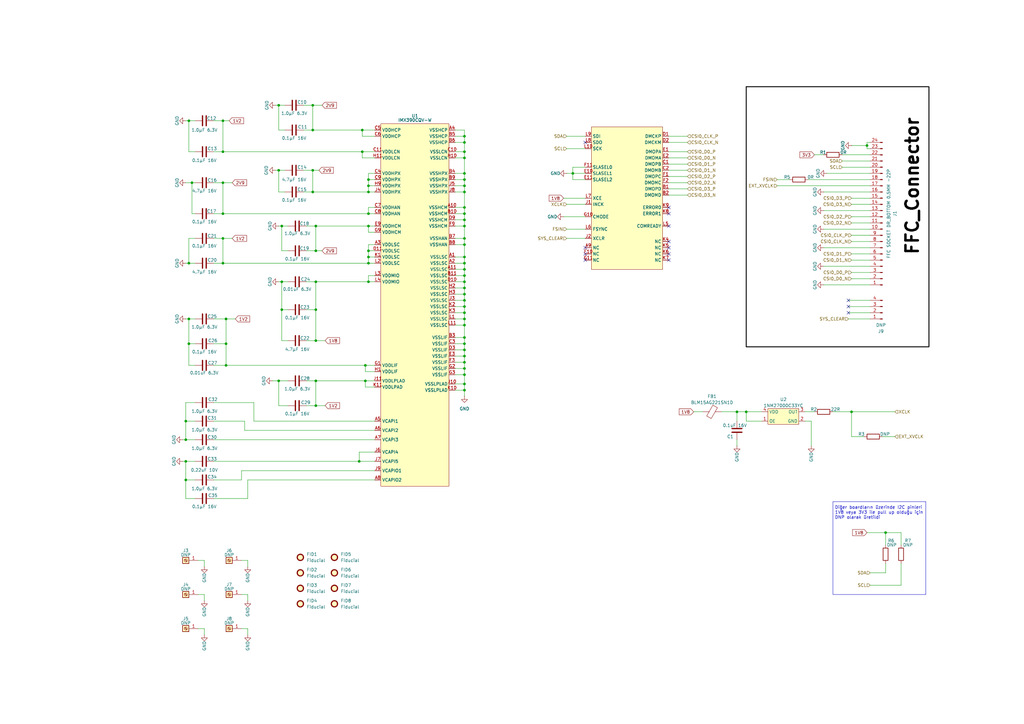
<source format=kicad_sch>
(kicad_sch (version 20250114) (generator "eeschema") (generator_version "9.0")
  (paper "A3")
  (rectangle (start 306.07 35.56) (end 381 142.24) (stroke (width 0.381) (color 0 0 0 1)))
  (rectangle (start 341.63 205.74) (end 379.73 243.84))
  (text "Diğer boardların üzerinde I2C pinleri\n1V8 veya 3V3 ile pull up olduğu için \nDNP olarak üretildi\n" (at 342.392 210.312 0) (effects (font (size 1.27 1.27)) (justify left)))
  (text "FFC_Connector" (at 374.142 76.454 90) (effects (font (size 5.08 5.08) (bold yes))))
  (junction (at 190.5 105.41))
  (junction (at 91.44 74.93))
  (junction (at 190.5 140.97))
  (junction (at 190.5 55.88))
  (junction (at 190.5 146.05))
  (junction (at 190.5 58.42))
  (junction (at 190.5 73.66))
  (junction (at 128.27 69.85))
  (junction (at 147.32 189.23))
  (junction (at 91.44 49.53))
  (junction (at 78.74 74.93))
  (junction (at 190.5 120.65))
  (junction (at 91.44 97.79))
  (junction (at 190.5 125.73))
  (junction (at 115.57 92.71))
  (junction (at 149.86 149.86))
  (junction (at 115.57 115.57))
  (junction (at 190.5 128.27))
  (junction (at 151.13 92.71))
  (junction (at 190.5 87.63))
  (junction (at 92.71 149.86))
  (junction (at 128.27 43.18))
  (junction (at 190.5 85.09))
  (junction (at 190.5 123.19))
  (junction (at 190.5 62.23))
  (junction (at 190.5 113.03))
  (junction (at 114.3 156.21))
  (junction (at 190.5 118.11))
  (junction (at 151.13 73.66))
  (junction (at 129.54 115.57))
  (junction (at 190.5 153.67))
  (junction (at 76.2 172.72))
  (junction (at 129.54 166.37))
  (junction (at 149.86 156.21))
  (junction (at 306.07 168.91))
  (junction (at 129.54 92.71))
  (junction (at 190.5 78.74))
  (junction (at 91.44 87.63))
  (junction (at 355.6 59.69))
  (junction (at 190.5 71.12))
  (junction (at 148.59 53.34))
  (junction (at 77.47 107.95))
  (junction (at 115.57 127))
  (junction (at 190.5 64.77))
  (junction (at 190.5 92.71))
  (junction (at 76.2 180.34))
  (junction (at 77.47 140.97))
  (junction (at 234.95 71.12))
  (junction (at 128.27 78.74))
  (junction (at 363.22 218.44))
  (junction (at 77.47 130.81))
  (junction (at 128.27 53.34))
  (junction (at 190.5 76.2))
  (junction (at 92.71 140.97))
  (junction (at 190.5 148.59))
  (junction (at 151.13 102.87))
  (junction (at 151.13 115.57))
  (junction (at 349.25 168.91))
  (junction (at 190.5 130.81))
  (junction (at 151.13 87.63))
  (junction (at 190.5 143.51))
  (junction (at 129.54 102.87))
  (junction (at 190.5 110.49))
  (junction (at 76.2 189.23))
  (junction (at 190.5 90.17))
  (junction (at 151.13 78.74))
  (junction (at 114.3 43.18))
  (junction (at 91.44 107.95))
  (junction (at 190.5 97.79))
  (junction (at 151.13 105.41))
  (junction (at 129.54 156.21))
  (junction (at 129.54 127))
  (junction (at 190.5 100.33))
  (junction (at 190.5 157.48))
  (junction (at 190.5 151.13))
  (junction (at 92.71 130.81))
  (junction (at 190.5 115.57))
  (junction (at 148.59 62.23))
  (junction (at 190.5 107.95))
  (junction (at 129.54 139.7))
  (junction (at 190.5 160.02))
  (junction (at 76.2 196.85))
  (junction (at 151.13 107.95))
  (junction (at 114.3 69.85))
  (junction (at 302.26 168.91))
  (junction (at 77.47 49.53))
  (junction (at 190.5 138.43))
  (junction (at 91.44 62.23))
  (junction (at 190.5 133.35))
  (junction (at 151.13 76.2))
  (no_connect (at 240.03 104.14))
  (no_connect (at 274.32 92.71))
  (no_connect (at 240.03 106.68))
  (no_connect (at 240.03 58.42))
  (no_connect (at 274.32 101.6))
  (no_connect (at 347.98 123.19))
  (no_connect (at 274.32 87.63))
  (no_connect (at 240.03 101.6))
  (no_connect (at 347.98 125.73))
  (no_connect (at 347.98 128.27))
  (no_connect (at 274.32 99.06))
  (no_connect (at 274.32 85.09))
  (no_connect (at 274.32 104.14))
  (no_connect (at 274.32 106.68))
  (wire (pts (xy 281.94 80.01) (xy 274.32 80.01)))
  (wire (pts (xy 355.6 58.42) (xy 355.6 59.69)))
  (wire (pts (xy 77.47 140.97) (xy 77.47 149.86)))
  (wire (pts (xy 93.98 49.53) (xy 91.44 49.53)))
  (wire (pts (xy 129.54 156.21) (xy 149.86 156.21)))
  (wire (pts (xy 125.73 156.21) (xy 129.54 156.21)))
  (wire (pts (xy 349.25 96.52) (xy 356.87 96.52)))
  (wire (pts (xy 190.5 157.48) (xy 190.5 160.02)))
  (wire (pts (xy 100.33 172.72) (xy 100.33 176.53)))
  (wire (pts (xy 349.25 111.76) (xy 356.87 111.76)))
  (wire (pts (xy 151.13 115.57) (xy 153.67 115.57)))
  (wire (pts (xy 147.32 189.23) (xy 153.67 189.23)))
  (wire (pts (xy 190.5 71.12) (xy 190.5 73.66)))
  (wire (pts (xy 186.69 140.97) (xy 190.5 140.97)))
  (wire (pts (xy 190.5 76.2) (xy 190.5 78.74)))
  (wire (pts (xy 148.59 53.34) (xy 153.67 53.34)))
  (wire (pts (xy 190.5 143.51) (xy 190.5 146.05)))
  (wire (pts (xy 151.13 105.41) (xy 151.13 107.95)))
  (wire (pts (xy 83.82 229.87) (xy 83.82 232.41)))
  (wire (pts (xy 114.3 166.37) (xy 118.11 166.37)))
  (wire (pts (xy 190.5 115.57) (xy 190.5 118.11)))
  (wire (pts (xy 104.14 172.72) (xy 153.67 172.72)))
  (wire (pts (xy 151.13 73.66) (xy 151.13 76.2)))
  (wire (pts (xy 78.74 74.93) (xy 78.74 87.63)))
  (wire (pts (xy 341.63 168.91) (xy 349.25 168.91)))
  (wire (pts (xy 151.13 78.74) (xy 153.67 78.74)))
  (wire (pts (xy 355.6 59.69) (xy 355.6 60.96)))
  (wire (pts (xy 186.69 146.05) (xy 190.5 146.05)))
  (wire (pts (xy 115.57 127) (xy 115.57 115.57)))
  (wire (pts (xy 87.63 180.34) (xy 153.67 180.34)))
  (wire (pts (xy 76.2 172.72) (xy 80.01 172.72)))
  (wire (pts (xy 274.32 55.88) (xy 281.94 55.88)))
  (wire (pts (xy 77.47 107.95) (xy 77.47 97.79)))
  (wire (pts (xy 190.5 97.79) (xy 190.5 100.33)))
  (wire (pts (xy 274.32 67.31) (xy 281.94 67.31)))
  (wire (pts (xy 186.69 62.23) (xy 190.5 62.23)))
  (wire (pts (xy 151.13 100.33) (xy 151.13 102.87)))
  (wire (pts (xy 91.44 97.79) (xy 87.63 97.79)))
  (wire (pts (xy 114.3 69.85) (xy 114.3 78.74)))
  (wire (pts (xy 115.57 92.71) (xy 115.57 102.87)))
  (wire (pts (xy 318.77 73.66) (xy 323.85 73.66)))
  (wire (pts (xy 190.5 138.43) (xy 190.5 140.97)))
  (wire (pts (xy 281.94 74.93) (xy 274.32 74.93)))
  (wire (pts (xy 91.44 49.53) (xy 91.44 62.23)))
  (wire (pts (xy 151.13 100.33) (xy 153.67 100.33)))
  (wire (pts (xy 91.44 107.95) (xy 151.13 107.95)))
  (wire (pts (xy 347.98 130.81) (xy 356.87 130.81)))
  (wire (pts (xy 115.57 127) (xy 118.11 127)))
  (wire (pts (xy 76.2 189.23) (xy 80.01 189.23)))
  (wire (pts (xy 92.71 130.81) (xy 92.71 140.97)))
  (wire (pts (xy 148.59 64.77) (xy 153.67 64.77)))
  (wire (pts (xy 186.69 105.41) (xy 190.5 105.41)))
  (wire (pts (xy 151.13 115.57) (xy 151.13 113.03)))
  (wire (pts (xy 186.69 133.35) (xy 190.5 133.35)))
  (wire (pts (xy 128.27 78.74) (xy 151.13 78.74)))
  (wire (pts (xy 234.95 71.12) (xy 240.03 71.12)))
  (wire (pts (xy 129.54 127) (xy 129.54 115.57)))
  (wire (pts (xy 190.5 128.27) (xy 190.5 130.81)))
  (wire (pts (xy 190.5 90.17) (xy 190.5 92.71)))
  (wire (pts (xy 306.07 168.91) (xy 312.42 168.91)))
  (wire (pts (xy 91.44 74.93) (xy 95.25 74.93)))
  (wire (pts (xy 147.32 185.42) (xy 147.32 189.23)))
  (wire (pts (xy 186.69 151.13) (xy 190.5 151.13)))
  (wire (pts (xy 284.48 168.91) (xy 288.29 168.91)))
  (wire (pts (xy 76.2 165.1) (xy 80.01 165.1)))
  (wire (pts (xy 91.44 87.63) (xy 151.13 87.63)))
  (wire (pts (xy 91.44 62.23) (xy 87.63 62.23)))
  (wire (pts (xy 77.47 49.53) (xy 76.2 49.53)))
  (wire (pts (xy 302.26 182.88) (xy 302.26 180.34)))
  (wire (pts (xy 234.95 73.66) (xy 240.03 73.66)))
  (wire (pts (xy 349.25 104.14) (xy 356.87 104.14)))
  (wire (pts (xy 186.69 76.2) (xy 190.5 76.2)))
  (wire (pts (xy 128.27 53.34) (xy 148.59 53.34)))
  (wire (pts (xy 337.82 109.22) (xy 356.87 109.22)))
  (wire (pts (xy 128.27 43.18) (xy 128.27 53.34)))
  (wire (pts (xy 349.25 88.9) (xy 356.87 88.9)))
  (wire (pts (xy 186.69 130.81) (xy 190.5 130.81)))
  (wire (pts (xy 83.82 257.81) (xy 81.28 257.81)))
  (wire (pts (xy 190.5 153.67) (xy 190.5 157.48)))
  (wire (pts (xy 128.27 69.85) (xy 128.27 78.74)))
  (wire (pts (xy 151.13 85.09) (xy 153.67 85.09)))
  (wire (pts (xy 186.69 148.59) (xy 190.5 148.59)))
  (wire (pts (xy 332.74 172.72) (xy 330.2 172.72)))
  (wire (pts (xy 115.57 92.71) (xy 114.3 92.71)))
  (wire (pts (xy 148.59 62.23) (xy 148.59 64.77)))
  (wire (pts (xy 76.2 196.85) (xy 80.01 196.85)))
  (wire (pts (xy 77.47 130.81) (xy 76.2 130.81)))
  (wire (pts (xy 101.6 243.84) (xy 99.06 243.84)))
  (wire (pts (xy 190.5 148.59) (xy 190.5 151.13)))
  (wire (pts (xy 186.69 53.34) (xy 190.5 53.34)))
  (wire (pts (xy 114.3 69.85) (xy 116.84 69.85)))
  (wire (pts (xy 347.98 123.19) (xy 356.87 123.19)))
  (wire (pts (xy 349.25 99.06) (xy 356.87 99.06)))
  (wire (pts (xy 87.63 149.86) (xy 92.71 149.86)))
  (wire (pts (xy 149.86 149.86) (xy 149.86 152.4)))
  (wire (pts (xy 349.25 106.68) (xy 356.87 106.68)))
  (wire (pts (xy 87.63 204.47) (xy 101.6 204.47)))
  (wire (pts (xy 369.57 231.14) (xy 369.57 240.03)))
  (wire (pts (xy 91.44 107.95) (xy 87.63 107.95)))
  (wire (pts (xy 80.01 140.97) (xy 77.47 140.97)))
  (wire (pts (xy 101.6 196.85) (xy 153.67 196.85)))
  (wire (pts (xy 151.13 95.25) (xy 153.67 95.25)))
  (wire (pts (xy 87.63 189.23) (xy 147.32 189.23)))
  (wire (pts (xy 186.69 92.71) (xy 190.5 92.71)))
  (wire (pts (xy 186.69 118.11) (xy 190.5 118.11)))
  (wire (pts (xy 114.3 156.21) (xy 118.11 156.21)))
  (wire (pts (xy 330.2 168.91) (xy 334.01 168.91)))
  (wire (pts (xy 232.41 93.98) (xy 240.03 93.98)))
  (wire (pts (xy 80.01 130.81) (xy 77.47 130.81)))
  (wire (pts (xy 151.13 73.66) (xy 153.67 73.66)))
  (wire (pts (xy 186.69 87.63) (xy 190.5 87.63)))
  (wire (pts (xy 76.2 204.47) (xy 80.01 204.47)))
  (wire (pts (xy 116.84 78.74) (xy 114.3 78.74)))
  (wire (pts (xy 186.69 64.77) (xy 190.5 64.77)))
  (wire (pts (xy 190.5 78.74) (xy 190.5 85.09)))
  (wire (pts (xy 355.6 60.96) (xy 356.87 60.96)))
  (wire (pts (xy 149.86 152.4) (xy 153.67 152.4)))
  (wire (pts (xy 148.59 53.34) (xy 148.59 55.88)))
  (wire (pts (xy 349.25 168.91) (xy 349.25 179.07)))
  (wire (pts (xy 87.63 172.72) (xy 100.33 172.72)))
  (wire (pts (xy 190.5 146.05) (xy 190.5 148.59)))
  (wire (pts (xy 186.69 85.09) (xy 190.5 85.09)))
  (wire (pts (xy 129.54 102.87) (xy 125.73 102.87)))
  (wire (pts (xy 190.5 151.13) (xy 190.5 153.67)))
  (wire (pts (xy 151.13 85.09) (xy 151.13 87.63)))
  (wire (pts (xy 147.32 185.42) (xy 153.67 185.42)))
  (wire (pts (xy 115.57 115.57) (xy 118.11 115.57)))
  (wire (pts (xy 77.47 149.86) (xy 80.01 149.86)))
  (wire (pts (xy 186.69 143.51) (xy 190.5 143.51)))
  (wire (pts (xy 349.25 114.3) (xy 356.87 114.3)))
  (wire (pts (xy 190.5 55.88) (xy 190.5 58.42)))
  (wire (pts (xy 113.03 69.85) (xy 114.3 69.85)))
  (wire (pts (xy 363.22 218.44) (xy 369.57 218.44)))
  (wire (pts (xy 345.44 68.58) (xy 356.87 68.58)))
  (wire (pts (xy 190.5 107.95) (xy 190.5 110.49)))
  (wire (pts (xy 87.63 130.81) (xy 92.71 130.81)))
  (wire (pts (xy 87.63 165.1) (xy 104.14 165.1)))
  (wire (pts (xy 345.44 63.5) (xy 356.87 63.5)))
  (wire (pts (xy 125.73 166.37) (xy 129.54 166.37)))
  (wire (pts (xy 274.32 58.42) (xy 281.94 58.42)))
  (wire (pts (xy 132.08 43.18) (xy 128.27 43.18)))
  (wire (pts (xy 151.13 107.95) (xy 153.67 107.95)))
  (wire (pts (xy 91.44 97.79) (xy 95.25 97.79)))
  (wire (pts (xy 186.69 153.67) (xy 190.5 153.67)))
  (wire (pts (xy 114.3 43.18) (xy 114.3 53.34)))
  (wire (pts (xy 151.13 113.03) (xy 153.67 113.03)))
  (wire (pts (xy 77.47 130.81) (xy 77.47 140.97)))
  (wire (pts (xy 99.06 193.04) (xy 153.67 193.04)))
  (wire (pts (xy 125.73 115.57) (xy 129.54 115.57)))
  (wire (pts (xy 91.44 74.93) (xy 87.63 74.93)))
  (wire (pts (xy 369.57 218.44) (xy 369.57 223.52)))
  (wire (pts (xy 100.33 176.53) (xy 153.67 176.53)))
  (wire (pts (xy 349.25 81.28) (xy 356.87 81.28)))
  (wire (pts (xy 151.13 87.63) (xy 153.67 87.63)))
  (wire (pts (xy 281.94 77.47) (xy 274.32 77.47)))
  (wire (pts (xy 125.73 139.7) (xy 129.54 139.7)))
  (wire (pts (xy 116.84 43.18) (xy 114.3 43.18)))
  (wire (pts (xy 101.6 196.85) (xy 101.6 204.47)))
  (wire (pts (xy 92.71 130.81) (xy 96.52 130.81)))
  (wire (pts (xy 186.69 97.79) (xy 190.5 97.79)))
  (wire (pts (xy 151.13 102.87) (xy 153.67 102.87)))
  (wire (pts (xy 186.69 110.49) (xy 190.5 110.49)))
  (wire (pts (xy 306.07 172.72) (xy 312.42 172.72)))
  (wire (pts (xy 91.44 62.23) (xy 148.59 62.23)))
  (wire (pts (xy 190.5 58.42) (xy 190.5 62.23)))
  (wire (pts (xy 349.25 83.82) (xy 356.87 83.82)))
  (wire (pts (xy 149.86 158.75) (xy 153.67 158.75)))
  (wire (pts (xy 190.5 85.09) (xy 190.5 87.63)))
  (wire (pts (xy 80.01 97.79) (xy 77.47 97.79)))
  (wire (pts (xy 232.41 55.88) (xy 240.03 55.88)))
  (wire (pts (xy 232.41 83.82) (xy 240.03 83.82)))
  (wire (pts (xy 151.13 92.71) (xy 153.67 92.71)))
  (wire (pts (xy 231.14 81.28) (xy 240.03 81.28)))
  (wire (pts (xy 76.2 172.72) (xy 76.2 165.1)))
  (wire (pts (xy 190.5 100.33) (xy 190.5 105.41)))
  (wire (pts (xy 80.01 62.23) (xy 77.47 62.23)))
  (wire (pts (xy 349.25 179.07) (xy 354.33 179.07)))
  (wire (pts (xy 190.5 118.11) (xy 190.5 120.65)))
  (wire (pts (xy 118.11 92.71) (xy 115.57 92.71)))
  (wire (pts (xy 274.32 64.77) (xy 281.94 64.77)))
  (wire (pts (xy 104.14 165.1) (xy 104.14 172.72)))
  (wire (pts (xy 80.01 87.63) (xy 78.74 87.63)))
  (wire (pts (xy 77.47 49.53) (xy 77.47 62.23)))
  (wire (pts (xy 129.54 92.71) (xy 151.13 92.71)))
  (wire (pts (xy 190.5 130.81) (xy 190.5 133.35)))
  (wire (pts (xy 129.54 115.57) (xy 151.13 115.57)))
  (wire (pts (xy 186.69 157.48) (xy 190.5 157.48)))
  (wire (pts (xy 190.5 62.23) (xy 190.5 64.77)))
  (wire (pts (xy 151.13 71.12) (xy 151.13 73.66)))
  (wire (pts (xy 148.59 62.23) (xy 153.67 62.23)))
  (wire (pts (xy 186.69 71.12) (xy 190.5 71.12)))
  (wire (pts (xy 337.82 78.74) (xy 356.87 78.74)))
  (wire (pts (xy 74.93 180.34) (xy 76.2 180.34)))
  (wire (pts (xy 337.82 93.98) (xy 356.87 93.98)))
  (wire (pts (xy 99.06 193.04) (xy 99.06 196.85)))
  (wire (pts (xy 151.13 102.87) (xy 151.13 105.41)))
  (wire (pts (xy 133.35 139.7) (xy 129.54 139.7)))
  (wire (pts (xy 232.41 97.79) (xy 240.03 97.79)))
  (wire (pts (xy 190.5 110.49) (xy 190.5 113.03)))
  (wire (pts (xy 129.54 166.37) (xy 129.54 156.21)))
  (wire (pts (xy 116.84 53.34) (xy 114.3 53.34)))
  (wire (pts (xy 318.77 76.2) (xy 356.87 76.2)))
  (wire (pts (xy 124.46 53.34) (xy 128.27 53.34)))
  (wire (pts (xy 190.5 123.19) (xy 190.5 125.73)))
  (wire (pts (xy 151.13 76.2) (xy 153.67 76.2)))
  (wire (pts (xy 128.27 69.85) (xy 124.46 69.85)))
  (wire (pts (xy 76.2 180.34) (xy 80.01 180.34)))
  (wire (pts (xy 274.32 62.23) (xy 281.94 62.23)))
  (wire (pts (xy 190.5 87.63) (xy 190.5 90.17)))
  (wire (pts (xy 125.73 127) (xy 129.54 127)))
  (wire (pts (xy 186.69 160.02) (xy 190.5 160.02)))
  (wire (pts (xy 355.6 218.44) (xy 363.22 218.44)))
  (wire (pts (xy 302.26 168.91) (xy 302.26 172.72)))
  (wire (pts (xy 151.13 105.41) (xy 153.67 105.41)))
  (wire (pts (xy 334.01 63.5) (xy 337.82 63.5)))
  (wire (pts (xy 151.13 71.12) (xy 153.67 71.12)))
  (wire (pts (xy 332.74 182.88) (xy 332.74 172.72)))
  (wire (pts (xy 76.2 180.34) (xy 76.2 172.72)))
  (wire (pts (xy 186.69 55.88) (xy 190.5 55.88)))
  (wire (pts (xy 349.25 91.44) (xy 356.87 91.44)))
  (wire (pts (xy 76.2 189.23) (xy 76.2 196.85)))
  (wire (pts (xy 190.5 160.02) (xy 190.5 162.56)))
  (wire (pts (xy 125.73 92.71) (xy 129.54 92.71)))
  (wire (pts (xy 190.5 120.65) (xy 190.5 123.19)))
  (wire (pts (xy 129.54 139.7) (xy 129.54 127)))
  (wire (pts (xy 234.95 68.58) (xy 234.95 71.12)))
  (wire (pts (xy 186.69 58.42) (xy 190.5 58.42)))
  (wire (pts (xy 190.5 113.03) (xy 190.5 115.57)))
  (wire (pts (xy 128.27 69.85) (xy 130.81 69.85)))
  (wire (pts (xy 190.5 73.66) (xy 190.5 76.2)))
  (wire (pts (xy 92.71 149.86) (xy 149.86 149.86)))
  (wire (pts (xy 87.63 196.85) (xy 99.06 196.85)))
  (wire (pts (xy 101.6 257.81) (xy 101.6 260.35)))
  (wire (pts (xy 337.82 101.6) (xy 356.87 101.6)))
  (wire (pts (xy 118.11 102.87) (xy 115.57 102.87)))
  (wire (pts (xy 91.44 49.53) (xy 87.63 49.53)))
  (wire (pts (xy 339.09 71.12) (xy 356.87 71.12)))
  (wire (pts (xy 78.74 74.93) (xy 76.2 74.93)))
  (wire (pts (xy 355.6 58.42) (xy 356.87 58.42)))
  (wire (pts (xy 363.22 231.14) (xy 363.22 234.95)))
  (wire (pts (xy 129.54 166.37) (xy 133.35 166.37)))
  (wire (pts (xy 186.69 78.74) (xy 190.5 78.74)))
  (wire (pts (xy 281.94 72.39) (xy 274.32 72.39)))
  (wire (pts (xy 83.82 257.81) (xy 83.82 260.35)))
  (wire (pts (xy 349.25 168.91) (xy 367.03 168.91)))
  (wire (pts (xy 337.82 116.84) (xy 356.87 116.84)))
  (wire (pts (xy 190.5 105.41) (xy 190.5 107.95)))
  (wire (pts (xy 331.47 73.66) (xy 356.87 73.66)))
  (wire (pts (xy 356.87 234.95) (xy 363.22 234.95)))
  (wire (pts (xy 306.07 168.91) (xy 306.07 172.72)))
  (wire (pts (xy 232.41 71.12) (xy 234.95 71.12)))
  (wire (pts (xy 77.47 107.95) (xy 80.01 107.95)))
  (wire (pts (xy 115.57 139.7) (xy 115.57 127)))
  (wire (pts (xy 101.6 229.87) (xy 99.06 229.87)))
  (wire (pts (xy 114.3 156.21) (xy 114.3 166.37)))
  (wire (pts (xy 190.5 64.77) (xy 190.5 71.12)))
  (wire (pts (xy 190.5 92.71) (xy 190.5 97.79)))
  (wire (pts (xy 186.69 128.27) (xy 190.5 128.27)))
  (wire (pts (xy 151.13 76.2) (xy 151.13 78.74)))
  (wire (pts (xy 149.86 156.21) (xy 149.86 158.75)))
  (wire (pts (xy 186.69 123.19) (xy 190.5 123.19)))
  (wire (pts (xy 349.25 59.69) (xy 355.6 59.69)))
  (wire (pts (xy 115.57 115.57) (xy 114.3 115.57)))
  (wire (pts (xy 345.44 66.04) (xy 356.87 66.04)))
  (wire (pts (xy 186.69 90.17) (xy 190.5 90.17)))
  (wire (pts (xy 83.82 243.84) (xy 81.28 243.84)))
  (wire (pts (xy 124.46 43.18) (xy 128.27 43.18)))
  (wire (pts (xy 83.82 229.87) (xy 81.28 229.87)))
  (wire (pts (xy 83.82 243.84) (xy 83.82 246.38)))
  (wire (pts (xy 148.59 55.88) (xy 153.67 55.88)))
  (wire (pts (xy 232.41 60.96) (xy 240.03 60.96)))
  (wire (pts (xy 129.54 92.71) (xy 129.54 102.87)))
  (wire (pts (xy 361.95 179.07) (xy 367.03 179.07)))
  (wire (pts (xy 91.44 87.63) (xy 87.63 87.63)))
  (wire (pts (xy 101.6 229.87) (xy 101.6 232.41)))
  (wire (pts (xy 274.32 69.85) (xy 281.94 69.85)))
  (wire (pts (xy 190.5 133.35) (xy 190.5 138.43)))
  (wire (pts (xy 87.63 140.97) (xy 92.71 140.97)))
  (wire (pts (xy 115.57 139.7) (xy 118.11 139.7)))
  (wire (pts (xy 347.98 128.27) (xy 356.87 128.27)))
  (wire (pts (xy 186.69 138.43) (xy 190.5 138.43)))
  (wire (pts (xy 128.27 78.74) (xy 124.46 78.74)))
  (wire (pts (xy 76.2 196.85) (xy 76.2 204.47)))
  (wire (pts (xy 363.22 218.44) (xy 363.22 223.52)))
  (wire (pts (xy 356.87 240.03) (xy 369.57 240.03)))
  (wire (pts (xy 186.69 107.95) (xy 190.5 107.95)))
  (wire (pts (xy 114.3 43.18) (xy 113.03 43.18)))
  (wire (pts (xy 149.86 156.21) (xy 153.67 156.21)))
  (wire (pts (xy 101.6 243.84) (xy 101.6 246.38)))
  (wire (pts (xy 186.69 113.03) (xy 190.5 113.03)))
  (wire (pts (xy 186.69 100.33) (xy 190.5 100.33)))
  (wire (pts (xy 234.95 68.58) (xy 240.03 68.58)))
  (wire (pts (xy 190.5 140.97) (xy 190.5 143.51)))
  (wire (pts (xy 80.01 74.93) (xy 78.74 74.93)))
  (wire (pts (xy 77.47 107.95) (xy 76.2 107.95)))
  (wire (pts (xy 190.5 53.34) (xy 190.5 55.88)))
  (wire (pts (xy 111.76 156.21) (xy 114.3 156.21)))
  (wire (pts (xy 231.14 88.9) (xy 240.03 88.9)))
  (wire (pts (xy 186.69 115.57) (xy 190.5 115.57)))
  (wire (pts (xy 101.6 257.81) (xy 99.06 257.81)))
  (wire (pts (xy 80.01 49.53) (xy 77.47 49.53)))
  (wire (pts (xy 186.69 125.73) (xy 190.5 125.73)))
  (wire (pts (xy 347.98 125.73) (xy 356.87 125.73)))
  (wire (pts (xy 129.54 102.87) (xy 132.08 102.87)))
  (wire (pts (xy 151.13 92.71) (xy 151.13 95.25)))
  (wire (pts (xy 190.5 125.73) (xy 190.5 128.27)))
  (wire (pts (xy 92.71 140.97) (xy 92.71 149.86)))
  (wire (pts (xy 91.44 107.95) (xy 91.44 97.79)))
  (wire (pts (xy 295.91 168.91) (xy 302.26 168.91)))
  (wire (pts (xy 337.82 86.36) (xy 356.87 86.36)))
  (wire (pts (xy 302.26 168.91) (xy 306.07 168.91)))
  (wire (pts (xy 91.44 74.93) (xy 91.44 87.63)))
  (wire (pts (xy 74.93 189.23) (xy 76.2 189.23)))
  (wire (pts (xy 186.69 73.66) (xy 190.5 73.66)))
  (wire (pts (xy 149.86 149.86) (xy 153.67 149.86)))
  (wire (pts (xy 234.95 71.12) (xy 234.95 73.66)))
  (wire (pts (xy 186.69 120.65) (xy 190.5 120.65)))
  (global_label "2V9" (shape input) (at 95.25 74.93 0) (property "Intersheetrefs" "${INTERSHEET_REFS}" (effects (hide yes))))
  (global_label "1V8" (shape input) (at 355.6 218.44 180) (property "Intersheetrefs" "${INTERSHEET_REFS}" (effects (hide yes))))
  (global_label "1V8" (shape input) (at 284.48 168.91 180) (property "Intersheetrefs" "${INTERSHEET_REFS}" (effects (hide yes))))
  (global_label "2V9" (shape input) (at 132.08 102.87 0) (property "Intersheetrefs" "${INTERSHEET_REFS}" (effects (hide yes))))
  (global_label "1V2" (shape input) (at 133.35 166.37 0) (property "Intersheetrefs" "${INTERSHEET_REFS}" (effects (hide yes))))
  (global_label "1V8" (shape input) (at 133.35 139.7 0) (property "Intersheetrefs" "${INTERSHEET_REFS}" (effects (hide yes))))
  (global_label "1V8" (shape input) (at 231.14 81.28 180) (property "Intersheetrefs" "${INTERSHEET_REFS}" (effects (hide yes))))
  (global_label "1V2" (shape input) (at 96.52 130.81 0) (property "Intersheetrefs" "${INTERSHEET_REFS}" (effects (hide yes))))
  (global_label "1V2" (shape input) (at 93.98 49.53 0) (property "Intersheetrefs" "${INTERSHEET_REFS}" (effects (hide yes))))
  (global_label "1V2" (shape input) (at 95.25 97.79 0) (property "Intersheetrefs" "${INTERSHEET_REFS}" (effects (hide yes))))
  (global_label "2V9" (shape input) (at 132.08 43.18 0) (property "Intersheetrefs" "${INTERSHEET_REFS}" (effects (hide yes))))
  (global_label "3V3" (shape input) (at 334.01 63.5 180) (property "Intersheetrefs" "${INTERSHEET_REFS}" (effects (hide yes))))
  (global_label "2V9" (shape input) (at 130.81 69.85 0) (property "Intersheetrefs" "${INTERSHEET_REFS}" (effects (hide yes))))
  (hierarchical_label "CSI0_D3_P" (shape input) (at 349.25 81.28 180))
  (hierarchical_label "SCL" (shape input) (at 356.87 240.03 180))
  (hierarchical_label "SCL" (shape input) (at 345.44 68.58 180))
  (hierarchical_label "CSI0_D3_N" (shape input) (at 281.94 80.01 0))
  (hierarchical_label "CSI0_D0_N" (shape input) (at 281.94 64.77 0))
  (hierarchical_label "CSI0_D1_P" (shape input) (at 349.25 104.14 180))
  (hierarchical_label "CSI0_D1_N" (shape input) (at 281.94 69.85 0))
  (hierarchical_label "CSI0_D1_P" (shape input) (at 281.94 67.31 0))
  (hierarchical_label "CSI0_D0_N" (shape input) (at 349.25 114.3 180))
  (hierarchical_label "EXT_XVCLK" (shape input) (at 367.03 179.07 0))
  (hierarchical_label "FSIN" (shape input) (at 232.41 93.98 180))
  (hierarchical_label "CSI0_D0_P" (shape input) (at 349.25 111.76 180))
  (hierarchical_label "CSI0_CLK_P" (shape input) (at 281.94 55.88 0))
  (hierarchical_label "CSI0_D3_P" (shape input) (at 281.94 77.47 0))
  (hierarchical_label "SDA" (shape input) (at 356.87 234.95 180))
  (hierarchical_label "CSI0_D2_N" (shape input) (at 281.94 74.93 0))
  (hierarchical_label "CSI0_D2_N" (shape input) (at 349.25 91.44 180))
  (hierarchical_label "FSIN" (shape input) (at 318.77 73.66 180))
  (hierarchical_label "CSI0_CLK_N" (shape input) (at 281.94 58.42 0))
  (hierarchical_label "CSI0_CLK_N" (shape input) (at 349.25 99.06 180))
  (hierarchical_label "SCL" (shape input) (at 232.41 60.96 180))
  (hierarchical_label "CSI0_CLK_P" (shape input) (at 349.25 96.52 180))
  (hierarchical_label "XCLK" (shape input) (at 232.41 83.82 180))
  (hierarchical_label "SYS_CLEAR" (shape input) (at 347.98 130.81 180))
  (hierarchical_label "SYS_CLEAR" (shape input) (at 232.41 97.79 180))
  (hierarchical_label "XCLK" (shape input) (at 367.03 168.91 0))
  (hierarchical_label "SDA" (shape input) (at 232.41 55.88 180))
  (hierarchical_label "CSI0_D2_P" (shape input) (at 281.94 72.39 0))
  (hierarchical_label "EXT_XVCLK" (shape input) (at 318.77 76.2 180))
  (hierarchical_label "CSI0_D3_N" (shape input) (at 349.25 83.82 180))
  (hierarchical_label "CSI0_D2_P" (shape input) (at 349.25 88.9 180))
  (hierarchical_label "CSI0_D0_P" (shape input) (at 281.94 62.23 0))
  (hierarchical_label "SDA" (shape input) (at 345.44 66.04 180))
  (hierarchical_label "CSI0_D1_N" (shape input) (at 349.25 106.68 180))
  (symbol (lib_id "Device:C") (at 83.82 140.97 270) (unit 1)
    (property "Reference" "C26" (at 85.344 139.7 90) (effects (justify left)))
    (property "Value" "0.1µF 16V" (at 78.74 144.272 90) (effects (justify left)))
    (property "Footprint" "Capacitor_SMD:C_0402_1005Metric" (effects (hide yes)))
    (property "Description" "Unpolarized capacitor" (effects (hide yes)))
    (property "MPN" "0402YC104KAT2A" (effects (hide yes)))
  )
  (symbol (lib_id "power:GND") (at 101.6 246.38 0) (unit 1)
    (property "Reference" "#PWR036" (effects (hide yes)))
    (property "Value" "GND" (at 101.6 248.92 90) (effects (justify right)))
    (property "Description" "Power symbol creates a global label with name \"GND\" , ground" (effects (hide yes)))
  )
  (symbol (lib_id "Device:C") (at 302.26 176.53 0) (unit 1)
    (property "Reference" "C1" (at 298.196 179.07 0) (effects (justify left)))
    (property "Value" "0.1uF 16V" (at 296.418 174.498 0) (effects (justify left)))
    (property "Footprint" "Capacitor_SMD:C_0402_1005Metric" (effects (hide yes)))
    (property "Description" "Unpolarized capacitor" (effects (hide yes)))
  )
  (symbol (lib_id "Device:C") (at 83.82 149.86 90) (unit 1)
    (property "Reference" "C27" (at 89.154 148.844 90) (effects (justify left)))
    (property "Value" "0.01uF 6.3V" (at 89.662 152.908 90) (effects (justify left)))
    (property "Footprint" "Capacitor_SMD:C_0402_1005Metric" (effects (hide yes)))
    (property "Description" "Unpolarized capacitor" (effects (hide yes)))
    (property "MPN" "GRM155R70J103KA01D" (effects (hide yes)))
  )
  (symbol (lib_id "Connector:Screw_Terminal_01x01") (at 93.98 257.81 180) (unit 1)
    (property "Reference" "J8" (at 93.98 253.746 0))
    (property "Value" "DNP" (at 93.98 255.524 0))
    (property "Footprint" "Footprint Library:Screw" (effects (hide yes)))
    (property "Description" "Generic screw terminal, single row, 01x01, script generated (kicad-library-utils/schlib/autogen/connector/)" (effects (hide yes)))
  )
  (symbol (lib_id "Mechanical:Fiducial") (at 123.19 228.6 0) (unit 1) (exclude_from_sim yes) (in_bom no)
    (property "Reference" "FID1" (at 125.73 227.3299 0) (effects (justify left)))
    (property "Value" "Fiducial" (at 125.73 229.8699 0) (effects (justify left)))
    (property "Footprint" "Footprint Library:Fiducial_0.5mm_Mask1mm" (effects (hide yes)))
    (property "Description" "Fiducial Marker" (effects (hide yes)))
  )
  (symbol (lib_id "power:GND") (at 332.74 182.88 0) (unit 1)
    (property "Reference" "#PWR03" (effects (hide yes)))
    (property "Value" "GND" (at 332.74 185.42 90) (effects (justify right)))
    (property "Description" "Power symbol creates a global label with name \"GND\" , ground" (effects (hide yes)))
  )
  (symbol (lib_id "Device:C") (at 121.92 127 90) (unit 1)
    (property "Reference" "C23" (at 127 125.984 90) (effects (justify left)))
    (property "Value" "0.1µF 16V" (at 127 130.302 90) (effects (justify left)))
    (property "Footprint" "Capacitor_SMD:C_0402_1005Metric" (effects (hide yes)))
    (property "Description" "Unpolarized capacitor" (effects (hide yes)))
    (property "MPN" "0402YC104KAT2A" (effects (hide yes)))
  )
  (symbol (lib_id "Mechanical:Fiducial") (at 137.16 247.65 0) (unit 1) (exclude_from_sim yes) (in_bom no)
    (property "Reference" "FID8" (at 139.7 246.3799 0) (effects (justify left)))
    (property "Value" "Fiducial" (at 139.7 248.9199 0) (effects (justify left)))
    (property "Footprint" "Footprint Library:Fiducial_0.5mm_Mask1mm" (effects (hide yes)))
    (property "Description" "Fiducial Marker" (effects (hide yes)))
  )
  (symbol (lib_id "Device:C") (at 120.65 78.74 270) (unit 1)
    (property "Reference" "C15" (at 121.92 77.724 90) (effects (justify left)))
    (property "Value" "0.1µF 16V" (at 115.57 82.042 90) (effects (justify left)))
    (property "Footprint" "Capacitor_SMD:C_0402_1005Metric" (effects (hide yes)))
    (property "Description" "Unpolarized capacitor" (effects (hide yes)))
    (property "MPN" "0402YC104KAT2A" (effects (hide yes)))
  )
  (symbol (lib_id "Device:R") (at 358.14 179.07 90) (unit 1)
    (property "Reference" "R3" (at 353.314 178.054 90))
    (property "Value" "DNP" (at 362.966 178.054 90))
    (property "Footprint" "Resistor_SMD:R_0402_1005Metric" (effects (hide yes)))
    (property "Description" "Resistor" (effects (hide yes)))
  )
  (symbol (lib_id "power:GND") (at 114.3 92.71 270) (unit 1)
    (property "Reference" "#PWR018" (effects (hide yes)))
    (property "Value" "GND" (at 110.744 92.71 0))
    (property "Description" "Power symbol creates a global label with name \"GND\" , ground" (effects (hide yes)))
  )
  (symbol (lib_id "Device:C") (at 121.92 92.71 270) (unit 1)
    (property "Reference" "C18" (at 122.936 91.694 90) (effects (justify left)))
    (property "Value" "1.0µF 6.3V" (at 116.586 95.758 90) (effects (justify left)))
    (property "Footprint" "Capacitor_SMD:C_0402_1005Metric" (effects (hide yes)))
    (property "Description" "Unpolarized capacitor" (effects (hide yes)))
    (property "MPN" "CL05B105KQ5NQNC" (effects (hide yes)))
  )
  (symbol (lib_id "power:GND") (at 113.03 43.18 270) (unit 1)
    (property "Reference" "#PWR014" (effects (hide yes)))
    (property "Value" "GND" (at 109.474 43.18 0))
    (property "Description" "Power symbol creates a global label with name \"GND\" , ground" (effects (hide yes)))
  )
  (symbol (lib_id "Device:C") (at 83.82 107.95 270) (mirror x) (unit 1)
    (property "Reference" "C20" (at 85.09 106.68 90) (effects (justify left)))
    (property "Value" "4.7µF 16V" (at 78.74 111.506 90) (effects (justify left)))
    (property "Footprint" "Capacitor_SMD:C_0402_1005Metric" (effects (hide yes)))
    (property "Description" "Unpolarized capacitor" (effects (hide yes)))
    (property "MPN" "GRM188Z71C475KE21D" (effects (hide yes)))
  )
  (symbol (lib_id "power:GND") (at 302.26 182.88 0) (unit 1)
    (property "Reference" "#PWR039" (effects (hide yes)))
    (property "Value" "GND" (at 302.26 185.42 90) (effects (justify right)))
    (property "Description" "Power symbol creates a global label with name \"GND\" , ground" (effects (hide yes)))
  )
  (symbol (lib_id "Mechanical:Fiducial") (at 123.19 234.95 0) (unit 1) (exclude_from_sim yes) (in_bom no)
    (property "Reference" "FID2" (at 125.73 233.6799 0) (effects (justify left)))
    (property "Value" "Fiducial" (at 125.73 236.2199 0) (effects (justify left)))
    (property "Footprint" "Footprint Library:Fiducial_0.5mm_Mask1mm" (effects (hide yes)))
    (property "Description" "Fiducial Marker" (effects (hide yes)))
  )
  (symbol (lib_id "Device:C") (at 83.82 87.63 270) (unit 1)
    (property "Reference" "C17" (at 84.836 86.614 90) (effects (justify left)))
    (property "Value" "0.1µF 16V" (at 78.74 90.932 90) (effects (justify left)))
    (property "Footprint" "Capacitor_SMD:C_0402_1005Metric" (effects (hide yes)))
    (property "Description" "Unpolarized capacitor" (effects (hide yes)))
    (property "MPN" "0402YC104KAT2A" (effects (hide yes)))
  )
  (symbol (lib_id "Mechanical:Fiducial") (at 137.16 241.3 0) (unit 1) (exclude_from_sim yes) (in_bom no)
    (property "Reference" "FID7" (at 139.7 240.0299 0) (effects (justify left)))
    (property "Value" "Fiducial" (at 139.7 242.5699 0) (effects (justify left)))
    (property "Footprint" "Footprint Library:Fiducial_0.5mm_Mask1mm" (effects (hide yes)))
    (property "Description" "Fiducial Marker" (effects (hide yes)))
  )
  (symbol (lib_id "power:GND") (at 114.3 115.57 270) (mirror x) (unit 1)
    (property "Reference" "#PWR020" (effects (hide yes)))
    (property "Value" "GND" (at 110.744 115.57 0))
    (property "Description" "Power symbol creates a global label with name \"GND\" , ground" (effects (hide yes)))
  )
  (symbol (lib_id "Connector:Screw_Terminal_01x01") (at 76.2 257.81 180) (unit 1)
    (property "Reference" "J5" (at 76.2 253.746 0))
    (property "Value" "DNP" (at 76.2 255.524 0))
    (property "Footprint" "Footprint Library:Screw" (effects (hide yes)))
    (property "Description" "Generic screw terminal, single row, 01x01, script generated (kicad-library-utils/schlib/autogen/connector/)" (effects (hide yes)))
  )
  (symbol (lib_id "Device:C") (at 83.82 49.53 270) (unit 1)
    (property "Reference" "C12" (at 84.836 48.514 90) (effects (justify left)))
    (property "Value" "1.0µF 6.3V" (at 78.486 53.34 90) (effects (justify left)))
    (property "Footprint" "Capacitor_SMD:C_0402_1005Metric" (effects (hide yes)))
    (property "Description" "Unpolarized capacitor" (effects (hide yes)))
    (property "MPN" "CL05B105KQ5NQNC" (effects (hide yes)))
  )
  (symbol (lib_id "Device:R") (at 363.22 227.33 180) (unit 1)
    (property "Reference" "R6" (at 365.506 221.742 0))
    (property "Value" "DNP" (at 365.76 223.52 0))
    (property "Footprint" "Resistor_SMD:R_0402_1005Metric" (effects (hide yes)))
    (property "Description" "Resistor" (effects (hide yes)))
  )
  (symbol (lib_id "power:GND") (at 76.2 74.93 270) (unit 1)
    (property "Reference" "#PWR017" (effects (hide yes)))
    (property "Value" "GND" (at 72.644 74.93 0))
    (property "Description" "Power symbol creates a global label with name \"GND\" , ground" (effects (hide yes)))
  )
  (symbol (lib_id "Device:C") (at 83.82 62.23 270) (unit 1)
    (property "Reference" "C13" (at 85.09 60.96 90) (effects (justify left)))
    (property "Value" "0.1µF 16V" (at 78.74 65.786 90) (effects (justify left)))
    (property "Footprint" "Capacitor_SMD:C_0402_1005Metric" (effects (hide yes)))
    (property "Description" "Unpolarized capacitor" (effects (hide yes)))
    (property "MPN" "0402YC104KAT2A" (effects (hide yes)))
  )
  (symbol (lib_id "Device:C") (at 83.82 204.47 270) (unit 1)
    (property "Reference" "C35" (at 85.344 203.2 90) (effects (justify left)))
    (property "Value" "0.1µF 16V" (at 78.74 207.772 90) (effects (justify left)))
    (property "Footprint" "Capacitor_SMD:C_0402_1005Metric" (effects (hide yes)))
    (property "Description" "Unpolarized capacitor" (effects (hide yes)))
    (property "MPN" "0402YC104KAT2A" (effects (hide yes)))
  )
  (symbol (lib_id "Mechanical:Fiducial") (at 137.16 234.95 0) (unit 1) (exclude_from_sim yes) (in_bom no)
    (property "Reference" "FID6" (at 139.7 233.6799 0) (effects (justify left)))
    (property "Value" "Fiducial" (at 139.7 236.2199 0) (effects (justify left)))
    (property "Footprint" "Footprint Library:Fiducial_0.5mm_Mask1mm" (effects (hide yes)))
    (property "Description" "Fiducial Marker" (effects (hide yes)))
  )
  (symbol (lib_id "Device:C") (at 121.92 139.7 90) (unit 1)
    (property "Reference" "C22" (at 127 138.684 90) (effects (justify left)))
    (property "Value" "4.7µF 16V" (at 127 143.256 90) (effects (justify left)))
    (property "Footprint" "Capacitor_SMD:C_0402_1005Metric" (effects (hide yes)))
    (property "Description" "Unpolarized capacitor" (effects (hide yes)))
    (property "MPN" "GRM188Z71C475KE21D" (effects (hide yes)))
  )
  (symbol (lib_id "power:GND") (at 337.82 109.22 270) (unit 1)
    (property "Reference" "#PWR033" (effects (hide yes)))
    (property "Value" "GND" (at 334.264 109.22 0))
    (property "Description" "Power symbol creates a global label with name \"GND\" , ground" (effects (hide yes)))
  )
  (symbol (lib_id "Device:C") (at 121.92 156.21 270) (unit 1)
    (property "Reference" "C28" (at 123.19 155.194 90) (effects (justify left)))
    (property "Value" "1.0µF 6.3V" (at 116.586 159.512 90) (effects (justify left)))
    (property "Footprint" "Capacitor_SMD:C_0402_1005Metric" (effects (hide yes)))
    (property "Description" "Unpolarized capacitor" (effects (hide yes)))
    (property "MPN" "CL05B105KQ5NQNC" (effects (hide yes)))
  )
  (symbol (lib_id "Device:C") (at 121.92 102.87 270) (unit 1)
    (property "Reference" "C19" (at 122.936 101.854 90) (effects (justify left)))
    (property "Value" "0.1µF 16V" (at 116.84 106.172 90) (effects (justify left)))
    (property "Footprint" "Capacitor_SMD:C_0402_1005Metric" (effects (hide yes)))
    (property "Description" "Unpolarized capacitor" (effects (hide yes)))
    (property "MPN" "0402YC104KAT2A" (effects (hide yes)))
  )
  (symbol (lib_id "Mechanical:Fiducial") (at 137.16 228.6 0) (unit 1) (exclude_from_sim yes) (in_bom no)
    (property "Reference" "FID5" (at 139.7 227.3299 0) (effects (justify left)))
    (property "Value" "Fiducial" (at 139.7 229.8699 0) (effects (justify left)))
    (property "Footprint" "Footprint Library:Fiducial_0.5mm_Mask1mm" (effects (hide yes)))
    (property "Description" "Fiducial Marker" (effects (hide yes)))
  )
  (symbol (lib_id "Device:R") (at 341.63 63.5 90) (unit 1)
    (property "Reference" "R1" (at 337.566 62.484 90))
    (property "Value" "0R" (at 345.948 62.484 90))
    (property "Footprint" "Resistor_SMD:R_0603_1608Metric" (effects (hide yes)))
    (property "Description" "Resistor" (effects (hide yes)))
  )
  (symbol (lib_id "Device:C") (at 83.82 165.1 270) (mirror x) (unit 1)
    (property "Reference" "C32" (at 85.344 163.83 90) (effects (justify left)))
    (property "Value" "1.0µF 6.3V" (at 78.486 168.656 90) (effects (justify left)))
    (property "Footprint" "Capacitor_SMD:C_0402_1005Metric" (effects (hide yes)))
    (property "Description" "Unpolarized capacitor" (effects (hide yes)))
    (property "MPN" "CL05B105KQ5NQNC" (effects (hide yes)))
  )
  (symbol (lib_id "Mechanical:Fiducial") (at 123.19 247.65 0) (unit 1) (exclude_from_sim yes) (in_bom no)
    (property "Reference" "FID4" (at 125.73 246.3799 0) (effects (justify left)))
    (property "Value" "Fiducial" (at 125.73 248.9199 0) (effects (justify left)))
    (property "Footprint" "Footprint Library:Fiducial_0.5mm_Mask1mm" (effects (hide yes)))
    (property "Description" "Fiducial Marker" (effects (hide yes)))
  )
  (symbol (lib_id "power:GND") (at 76.2 130.81 270) (unit 1)
    (property "Reference" "#PWR021" (effects (hide yes)))
    (property "Value" "GND" (at 72.644 130.81 0))
    (property "Description" "Power symbol creates a global label with name \"GND\" , ground" (effects (hide yes)))
  )
  (symbol (lib_id "power:GND") (at 101.6 260.35 0) (unit 1)
    (property "Reference" "#PWR037" (effects (hide yes)))
    (property "Value" "GND" (at 101.6 262.89 90) (effects (justify right)))
    (property "Description" "Power symbol creates a global label with name \"GND\" , ground" (effects (hide yes)))
  )
  (symbol (lib_id "Device:C") (at 83.82 196.85 270) (mirror x) (unit 1)
    (property "Reference" "C34" (at 85.09 195.58 90) (effects (justify left)))
    (property "Value" "1.0µF 6.3V" (at 78.486 200.406 90) (effects (justify left)))
    (property "Footprint" "Capacitor_SMD:C_0402_1005Metric" (effects (hide yes)))
    (property "Description" "Unpolarized capacitor" (effects (hide yes)))
    (property "MPN" "CL05B105KQ5NQNC" (effects (hide yes)))
  )
  (symbol (lib_id "Device:C") (at 83.82 172.72 270) (mirror x) (unit 1)
    (property "Reference" "C31" (at 85.09 171.45 90) (effects (justify left)))
    (property "Value" "1.0µF 6.3V" (at 78.486 176.276 90) (effects (justify left)))
    (property "Footprint" "Capacitor_SMD:C_0402_1005Metric" (effects (hide yes)))
    (property "Description" "Unpolarized capacitor" (effects (hide yes)))
    (property "MPN" "CL05B105KQ5NQNC" (effects (hide yes)))
  )
  (symbol (lib_id "Connector:Conn_01x02_Pin") (at 361.95 130.81 180) (unit 1)
    (property "Reference" "J9" (at 361.315 135.89 0))
    (property "Value" "DNP" (at 361.315 133.35 0))
    (property "Footprint" "Connector_PinHeader_2.00mm:PinHeader_1x04_P2.00mm_Vertical" (effects (hide yes)))
    (property "Description" "Generic connector, single row, 01x02, script generated" (effects (hide yes)))
  )
  (symbol (lib_id "Symbol:IMX390CQV-W") (at 170.18 40.64 0) (unit 1)
    (property "Reference" "U1" (at 170.18 47.498 0))
    (property "Value" "IMX390CQV-W" (at 170.18 49.276 0))
    (property "Footprint" "Footprint Library:IMX390CQV_W" (effects (hide yes)))
  )
  (symbol (lib_id "Device:R") (at 337.82 168.91 90) (unit 1)
    (property "Reference" "R2" (at 333.756 167.894 90))
    (property "Value" "22R" (at 342.646 167.894 90))
    (property "Footprint" "Resistor_SMD:R_0402_1005Metric" (effects (hide yes)))
    (property "Description" "Resistor" (effects (hide yes)))
  )
  (symbol (lib_id "power:GND") (at 232.41 71.12 270) (unit 1)
    (property "Reference" "#PWR025" (effects (hide yes)))
    (property "Value" "GND" (at 229.87 71.12 90) (effects (justify right)))
    (property "Description" "Power symbol creates a global label with name \"GND\" , ground" (effects (hide yes)))
  )
  (symbol (lib_id "Mechanical:Fiducial") (at 123.19 241.3 0) (unit 1) (exclude_from_sim yes) (in_bom no)
    (property "Reference" "FID3" (at 125.73 240.0299 0) (effects (justify left)))
    (property "Value" "Fiducial" (at 125.73 242.5699 0) (effects (justify left)))
    (property "Footprint" "Footprint Library:Fiducial_0.5mm_Mask1mm" (effects (hide yes)))
    (property "Description" "Fiducial Marker" (effects (hide yes)))
  )
  (symbol (lib_id "Device:FerriteBead") (at 292.1 168.91 90) (unit 1)
    (property "Reference" "FB1" (at 292.0492 162.56 90))
    (property "Value" "BLM15AG221SN1D" (at 292.0492 165.1 90))
    (property "Footprint" "Footprint Library:NFZ15SG152SN10B" (effects (hide yes)))
    (property "Description" "Ferrite bead" (effects (hide yes)))
  )
  (symbol (lib_id "Device:C") (at 120.65 69.85 270) (unit 1)
    (property "Reference" "C14" (at 121.92 68.58 90) (effects (justify left)))
    (property "Value" "4.7µF 16V" (at 115.57 73.66 90) (effects (justify left)))
    (property "Footprint" "Capacitor_SMD:C_0402_1005Metric" (effects (hide yes)))
    (property "Description" "Unpolarized capacitor" (effects (hide yes)))
    (property "MPN" "GRM188Z71C475KE21D" (effects (hide yes)))
  )
  (symbol (lib_id "power:GND") (at 231.14 88.9 270) (unit 1)
    (property "Reference" "#PWR026" (effects (hide yes)))
    (property "Value" "GND" (at 228.6 88.9 90) (effects (justify right)))
    (property "Description" "Power symbol creates a global label with name \"GND\" , ground" (effects (hide yes)))
  )
  (symbol (lib_id "Symbol:DSC6101MI2A-024.0000T") (at 321.31 165.1 0) (unit 1)
    (property "Reference" "U2" (at 321.31 163.83 0))
    (property "Value" "1NM27000C33YC" (at 321.31 166.37 0))
    (property "Footprint" "Footprint Library:1NM27000C33YC" (effects (hide yes)))
  )
  (symbol (lib_name "Conn_01x30_Pin_8") (lib_id "Connector:Conn_01x30_Pin") (at 361.95 81.28 180) (unit 1)
    (property "Reference" "J1" (at 367.03 87.63 90))
    (property "Value" "FFC SOCKET DR_BOTTOM 0.5MM -22P" (at 364.49 87.63 90))
    (property "Footprint" "Footprint Library:F32R1A7H111022" (effects (hide yes)))
    (property "Description" "Generic connector, single row, 01x30, script generated" (effects (hide yes)))
    (property "MPN" "F32R1A7H111022" (effects (hide yes)))
  )
  (symbol (lib_id "Device:R") (at 327.66 73.66 90) (unit 1)
    (property "Reference" "R5" (at 322.834 72.644 90))
    (property "Value" "0R" (at 332.486 72.644 90))
    (property "Footprint" "Resistor_SMD:R_0402_1005Metric" (effects (hide yes)))
    (property "Description" "Resistor" (effects (hide yes)))
  )
  (symbol (lib_id "Device:C") (at 120.65 53.34 270) (unit 1)
    (property "Reference" "C11" (at 122.174 52.07 90) (effects (justify left)))
    (property "Value" "0.1µF 16V" (at 115.57 56.642 90) (effects (justify left)))
    (property "Footprint" "Capacitor_SMD:C_0402_1005Metric" (effects (hide yes)))
    (property "Description" "Unpolarized capacitor" (effects (hide yes)))
    (property "MPN" "0402YC104KAT2A" (effects (hide yes)))
  )
  (symbol (lib_id "power:GND") (at 83.82 246.38 0) (unit 1)
    (property "Reference" "#PWR027" (effects (hide yes)))
    (property "Value" "GND" (at 83.82 248.92 90) (effects (justify right)))
    (property "Description" "Power symbol creates a global label with name \"GND\" , ground" (effects (hide yes)))
  )
  (symbol (lib_id "Connector:Screw_Terminal_01x01") (at 76.2 243.84 180) (unit 1)
    (property "Reference" "J4" (at 76.2 239.776 0))
    (property "Value" "DNP" (at 76.2 241.554 0))
    (property "Footprint" "Footprint Library:Screw" (effects (hide yes)))
    (property "Description" "Generic screw terminal, single row, 01x01, script generated (kicad-library-utils/schlib/autogen/connector/)" (effects (hide yes)))
  )
  (symbol (lib_id "power:GND") (at 74.93 180.34 270) (mirror x) (unit 1)
    (property "Reference" "#PWR023" (effects (hide yes)))
    (property "Value" "GND" (at 71.374 180.34 0))
    (property "Description" "Power symbol creates a global label with name \"GND\" , ground" (effects (hide yes)))
  )
  (symbol (lib_id "power:GND") (at 337.82 93.98 270) (unit 1)
    (property "Reference" "#PWR031" (effects (hide yes)))
    (property "Value" "GND" (at 334.264 93.98 0))
    (property "Description" "Power symbol creates a global label with name \"GND\" , ground" (effects (hide yes)))
  )
  (symbol (lib_id "power:GND") (at 83.82 260.35 0) (unit 1)
    (property "Reference" "#PWR035" (effects (hide yes)))
    (property "Value" "GND" (at 83.82 262.89 90) (effects (justify right)))
    (property "Description" "Power symbol creates a global label with name \"GND\" , ground" (effects (hide yes)))
  )
  (symbol (lib_id "Device:C") (at 121.92 166.37 270) (unit 1)
    (property "Reference" "C29" (at 123.444 165.1 90) (effects (justify left)))
    (property "Value" "0.1µF 16V" (at 116.84 169.672 90) (effects (justify left)))
    (property "Footprint" "Capacitor_SMD:C_0402_1005Metric" (effects (hide yes)))
    (property "Description" "Unpolarized capacitor" (effects (hide yes)))
    (property "MPN" "0402YC104KAT2A" (effects (hide yes)))
  )
  (symbol (lib_id "Device:C") (at 120.65 43.18 270) (unit 1)
    (property "Reference" "C10" (at 121.92 41.91 90) (effects (justify left)))
    (property "Value" "1.0µF 6.3V" (at 115.316 46.482 90) (effects (justify left)))
    (property "Footprint" "Capacitor_SMD:C_0402_1005Metric" (effects (hide yes)))
    (property "Description" "Unpolarized capacitor" (effects (hide yes)))
    (property "MPN" "CL05B105KQ5NQNC" (effects (hide yes)))
  )
  (symbol (lib_id "power:GND") (at 337.82 101.6 270) (unit 1)
    (property "Reference" "#PWR032" (effects (hide yes)))
    (property "Value" "GND" (at 334.264 101.6 0))
    (property "Description" "Power symbol creates a global label with name \"GND\" , ground" (effects (hide yes)))
  )
  (symbol (lib_id "Connector:Screw_Terminal_01x01") (at 76.2 229.87 180) (unit 1)
    (property "Reference" "J3" (at 76.2 225.806 0))
    (property "Value" "DNP" (at 76.2 227.584 0))
    (property "Footprint" "Footprint Library:Screw" (effects (hide yes)))
    (property "Description" "Generic screw terminal, single row, 01x01, script generated (kicad-library-utils/schlib/autogen/connector/)" (effects (hide yes)))
  )
  (symbol (lib_id "power:GND") (at 76.2 49.53 270) (unit 1)
    (property "Reference" "#PWR015" (effects (hide yes)))
    (property "Value" "GND" (at 72.644 49.53 0))
    (property "Description" "Power symbol creates a global label with name \"GND\" , ground" (effects (hide yes)))
  )
  (symbol (lib_id "power:GND") (at 111.76 156.21 270) (unit 1)
    (property "Reference" "#PWR022" (effects (hide yes)))
    (property "Value" "GND" (at 108.204 156.21 0))
    (property "Description" "Power symbol creates a global label with name \"GND\" , ground" (effects (hide yes)))
  )
  (symbol (lib_id "power:GND") (at 190.5 162.56 0) (unit 1)
    (property "Reference" "#PWR013" (effects (hide yes)))
    (property "Value" "GND" (at 190.5 167.64 0))
    (property "Description" "Power symbol creates a global label with name \"GND\" , ground" (effects (hide yes)))
  )
  (symbol (lib_id "power:GND") (at 74.93 189.23 270) (mirror x) (unit 1)
    (property "Reference" "#PWR024" (effects (hide yes)))
    (property "Value" "GND" (at 71.374 189.23 0))
    (property "Description" "Power symbol creates a global label with name \"GND\" , ground" (effects (hide yes)))
  )
  (symbol (lib_id "Device:C") (at 121.92 115.57 90) (unit 1)
    (property "Reference" "C24" (at 127.254 114.554 90) (effects (justify left)))
    (property "Value" "0.01uF 6.3V" (at 127.762 118.618 90) (effects (justify left)))
    (property "Footprint" "Capacitor_SMD:C_0402_1005Metric" (effects (hide yes)))
    (property "Description" "Unpolarized capacitor" (effects (hide yes)))
    (property "MPN" "GRM155R70J103KA01D" (effects (hide yes)))
  )
  (symbol (lib_id "power:GND") (at 83.82 232.41 0) (unit 1)
    (property "Reference" "#PWR04" (effects (hide yes)))
    (property "Value" "GND" (at 83.82 234.95 90) (effects (justify right)))
    (property "Description" "Power symbol creates a global label with name \"GND\" , ground" (effects (hide yes)))
  )
  (symbol (lib_id "Connector:Screw_Terminal_01x01") (at 93.98 229.87 180) (unit 1)
    (property "Reference" "J6" (at 93.98 225.806 0))
    (property "Value" "DNP" (at 93.98 227.584 0))
    (property "Footprint" "Footprint Library:Screw" (effects (hide yes)))
    (property "Description" "Generic screw terminal, single row, 01x01, script generated (kicad-library-utils/schlib/autogen/connector/)" (effects (hide yes)))
  )
  (symbol (lib_id "power:GND") (at 337.82 86.36 270) (unit 1)
    (property "Reference" "#PWR030" (effects (hide yes)))
    (property "Value" "GND" (at 334.264 86.36 0))
    (property "Description" "Power symbol creates a global label with name \"GND\" , ground" (effects (hide yes)))
  )
  (symbol (lib_id "Device:R") (at 369.57 227.33 180) (unit 1)
    (property "Reference" "R7" (at 372.364 221.742 0))
    (property "Value" "DNP" (at 372.364 223.52 0))
    (property "Footprint" "Resistor_SMD:R_0402_1005Metric" (effects (hide yes)))
    (property "Description" "Resistor" (effects (hide yes)))
  )
  (symbol (lib_id "power:GND") (at 339.09 71.12 270) (unit 1)
    (property "Reference" "#PWR028" (effects (hide yes)))
    (property "Value" "GND" (at 335.534 71.12 0))
    (property "Description" "Power symbol creates a global label with name \"GND\" , ground" (effects (hide yes)))
  )
  (symbol (lib_id "Connector:Screw_Terminal_01x01") (at 93.98 243.84 180) (unit 1)
    (property "Reference" "J7" (at 93.98 239.776 0))
    (property "Value" "DNP" (at 93.98 241.554 0))
    (property "Footprint" "Footprint Library:Screw" (effects (hide yes)))
    (property "Description" "Generic screw terminal, single row, 01x01, script generated (kicad-library-utils/schlib/autogen/connector/)" (effects (hide yes)))
  )
  (symbol (lib_id "Device:C") (at 83.82 189.23 270) (mirror x) (unit 1)
    (property "Reference" "C33" (at 85.09 188.214 90) (effects (justify left)))
    (property "Value" "0.22uF 10V" (at 78.232 192.786 90) (effects (justify left)))
    (property "Footprint" "Capacitor_SMD:C_0402_1005Metric" (effects (hide yes)))
    (property "Description" "Unpolarized capacitor" (effects (hide yes)))
    (property "MPN" "CL05B105KQ5NQNC" (effects (hide yes)))
  )
  (symbol (lib_id "power:GND") (at 349.25 59.69 270) (unit 1)
    (property "Reference" "#PWR01" (effects (hide yes)))
    (property "Value" "GND" (at 345.694 59.69 0))
    (property "Description" "Power symbol creates a global label with name \"GND\" , ground" (effects (hide yes)))
  )
  (symbol (lib_id "power:GND") (at 113.03 69.85 270) (unit 1)
    (property "Reference" "#PWR016" (effects (hide yes)))
    (property "Value" "GND" (at 109.22 69.85 0))
    (property "Description" "Power symbol creates a global label with name \"GND\" , ground" (effects (hide yes)))
  )
  (symbol (lib_id "Device:C") (at 83.82 130.81 270) (unit 1)
    (property "Reference" "C25" (at 85.09 129.794 90) (effects (justify left)))
    (property "Value" "1.0µF 6.3V" (at 78.486 134.112 90) (effects (justify left)))
    (property "Footprint" "Capacitor_SMD:C_0402_1005Metric" (effects (hide yes)))
    (property "Description" "Unpolarized capacitor" (effects (hide yes)))
    (property "MPN" "CL05B105KQ5NQNC" (effects (hide yes)))
  )
  (symbol (lib_id "power:GND") (at 337.82 116.84 270) (unit 1)
    (property "Reference" "#PWR034" (effects (hide yes)))
    (property "Value" "GND" (at 334.264 116.84 0))
    (property "Description" "Power symbol creates a global label with name \"GND\" , ground" (effects (hide yes)))
  )
  (symbol (lib_id "Device:C") (at 83.82 180.34 270) (mirror x) (unit 1)
    (property "Reference" "C30" (at 85.09 179.324 90) (effects (justify left)))
    (property "Value" "1.0µF 6.3V" (at 78.486 183.896 90) (effects (justify left)))
    (property "Footprint" "Capacitor_SMD:C_0402_1005Metric" (effects (hide yes)))
    (property "Description" "Unpolarized capacitor" (effects (hide yes)))
    (property "MPN" "CL05B105KQ5NQNC" (effects (hide yes)))
  )
  (symbol (lib_id "Device:C") (at 83.82 97.79 270) (mirror x) (unit 1)
    (property "Reference" "C21" (at 85.09 96.774 90) (effects (justify left)))
    (property "Value" "0.1µF 16V" (at 78.74 100.838 90) (effects (justify left)))
    (property "Footprint" "Capacitor_SMD:C_0402_1005Metric" (effects (hide yes)))
    (property "Description" "Unpolarized capacitor" (effects (hide yes)))
    (property "MPN" "0402YC104KAT2A" (effects (hide yes)))
  )
  (symbol (lib_id "power:GND") (at 76.2 107.95 270) (mirror x) (unit 1)
    (property "Reference" "#PWR019" (effects (hide yes)))
    (property "Value" "GND" (at 72.644 107.95 0))
    (property "Description" "Power symbol creates a global label with name \"GND\" , ground" (effects (hide yes)))
  )
  (symbol (lib_id "power:GND") (at 337.82 78.74 270) (unit 1)
    (property "Reference" "#PWR029" (effects (hide yes)))
    (property "Value" "GND" (at 334.264 78.74 0))
    (property "Description" "Power symbol creates a global label with name \"GND\" , ground" (effects (hide yes)))
  )
  (symbol (lib_id "power:GND") (at 101.6 232.41 0) (unit 1)
    (property "Reference" "#PWR05" (effects (hide yes)))
    (property "Value" "GND" (at 101.6 234.95 90) (effects (justify right)))
    (property "Description" "Power symbol creates a global label with name \"GND\" , ground" (effects (hide yes)))
  )
  (symbol (lib_id "Device:C") (at 83.82 74.93 270) (unit 1)
    (property "Reference" "C16" (at 85.09 73.914 90) (effects (justify left)))
    (property "Value" "4.7µF 16V" (at 78.74 78.232 90) (effects (justify left)))
    (property "Footprint" "Capacitor_SMD:C_0402_1005Metric" (effects (hide yes)))
    (property "Description" "Unpolarized capacitor" (effects (hide yes)))
    (property "MPN" "GRM188Z71C475KE21D" (effects (hide yes)))
  )
)
</source>
